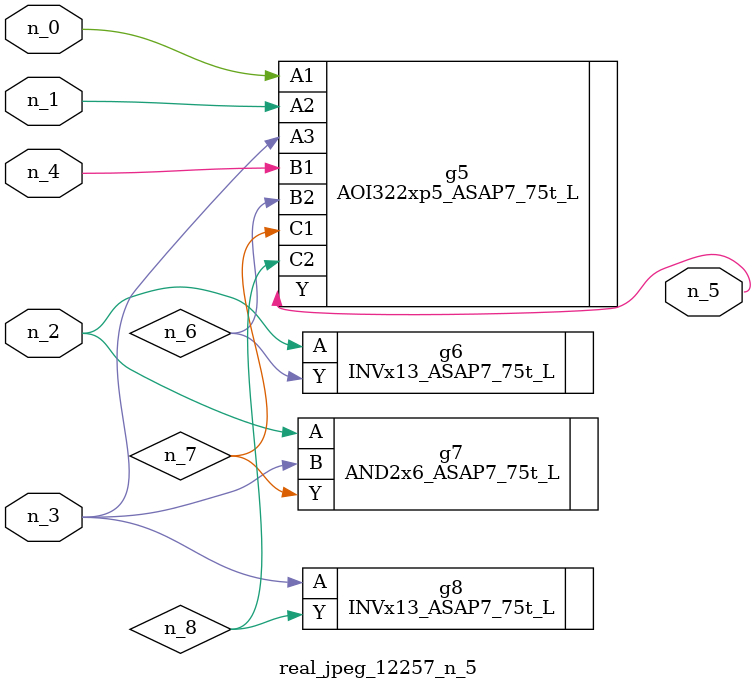
<source format=v>
module real_jpeg_12257_n_5 (n_4, n_0, n_1, n_2, n_3, n_5);

input n_4;
input n_0;
input n_1;
input n_2;
input n_3;

output n_5;

wire n_8;
wire n_6;
wire n_7;

AOI322xp5_ASAP7_75t_L g5 ( 
.A1(n_0),
.A2(n_1),
.A3(n_3),
.B1(n_4),
.B2(n_6),
.C1(n_7),
.C2(n_8),
.Y(n_5)
);

INVx13_ASAP7_75t_L g6 ( 
.A(n_2),
.Y(n_6)
);

AND2x6_ASAP7_75t_L g7 ( 
.A(n_2),
.B(n_3),
.Y(n_7)
);

INVx13_ASAP7_75t_L g8 ( 
.A(n_3),
.Y(n_8)
);


endmodule
</source>
